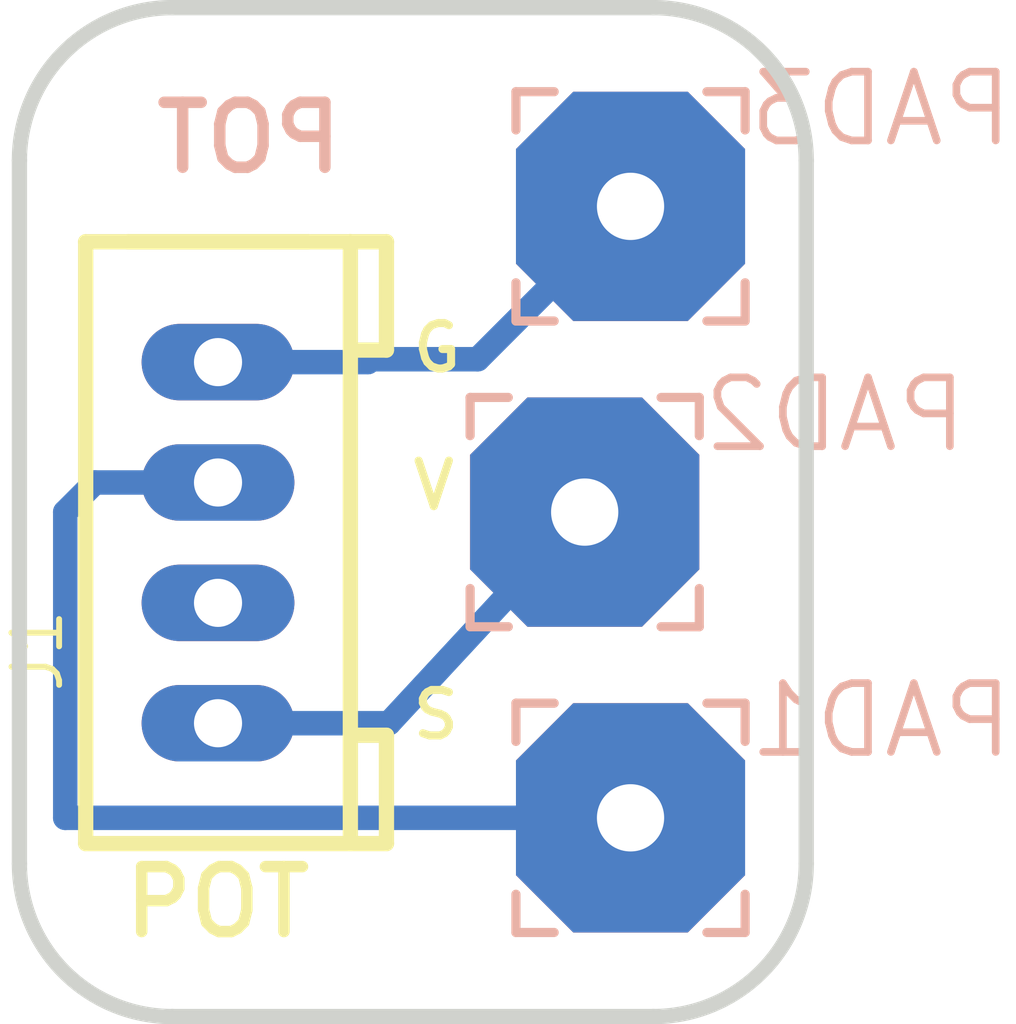
<source format=kicad_pcb>
(kicad_pcb (version 20211014) (generator pcbnew)
  (layers (0 "F.Cu" signal) (31 "B.Cu" signal) (34 "B.Paste" user) (35 "F.Paste" user) (36 "B.SilkS" user "B.Silkscreen") (37 "F.SilkS" user "F.Silkscreen") (38 "B.Mask" user) (39 "F.Mask" user) (44 "Edge.Cuts" user))
  (net 0 "")
  (net 1 "N$1")
  (net 2 "N$2")
  (net 3 "N$3")
  (footprint "weaver_pot:HW4-2.0" (layer "F.Cu") (at 145.2626 105.5116 90)
    (fp_text reference "J1" (at -2.54 -2.54 90) (layer "F.SilkS") (effects (font (size 0.79121 0.79121) (thickness 0.09779)) (justify left bottom)))
    (fp_text value "4P-2.0")
    (fp_line (start 5 -1.5) (end 5 1.5) (layer "F.SilkS") (width 0.254))
    (fp_line (start -5 -2.2) (end 5 -2.2) (layer "F.SilkS") (width 0.254))
    (fp_line (start -5 -2.2) (end -5 2.2) (layer "F.SilkS") (width 0.254))
    (fp_line (start -5 2.2) (end -3.2 2.2) (layer "F.SilkS") (width 0.254))
    (fp_line (start 5 2.2) (end 5 -2.2) (layer "F.SilkS") (width 0.254))
    (fp_line (start -5 2.2) (end -5 2.8) (layer "F.SilkS") (width 0.254))
    (fp_line (start 3.2 2.8) (end 5 2.8) (layer "F.SilkS") (width 0.254))
    (fp_line (start 3.2 2.2) (end 5 2.2) (layer "F.SilkS") (width 0.254))
    (fp_line (start -3.2 2.8) (end -3.2 2.2) (layer "F.SilkS") (width 0.254))
    (fp_line (start 3.2 2.2) (end 3.2 2.8) (layer "F.SilkS") (width 0.254))
    (fp_line (start -5 2.8) (end -3.2 2.8) (layer "F.SilkS") (width 0.254))
    (fp_line (start -3.2 2.2) (end 3.2 2.2) (layer "F.SilkS") (width 0.254))
    (fp_line (start -5 -1) (end -5 1) (layer "F.SilkS") (width 0.127))
    (fp_line (start 5 2.8) (end 5 2.2) (layer "F.SilkS") (width 0.254))
    (pad "1" thru_hole oval (at -3 0 180) (size 2.54 1.27) (drill 0.8) (layers *.Cu *.Mask) (net 3 "N$3"))
    (pad "2" thru_hole oval (at -1 0 180) (size 2.54 1.27) (drill 0.8) (layers *.Cu *.Mask))
    (pad "3" thru_hole oval (at 1 0 180) (size 2.54 1.27) (drill 0.8) (layers *.Cu *.Mask) (net 2 "N$2"))
    (pad "4" thru_hole oval (at 3 0 180) (size 2.54 1.27) (drill 0.8) (layers *.Cu *.Mask) (net 1 "N$1"))
  )
  (footprint "weaver_pot:3,81_1,1" (layer "B.Cu") (at 151.3586 105.0036 180)
    (fp_text reference "PAD2" (at -1.905 2.286) (layer "B.SilkS") (effects (font (size 1.143 1.143) (thickness 0.127)) (justify right top mirror)))
    (fp_text value "")
    (fp_line (start -1.905 1.27) (end -1.905 1.905) (layer "B.SilkS") (width 0.1524))
    (fp_line (start 1.27 1.905) (end 1.905 1.905) (layer "B.SilkS") (width 0.1524))
    (fp_line (start -1.27 -1.905) (end -1.905 -1.905) (layer "B.SilkS") (width 0.1524))
    (fp_line (start 1.905 -1.27) (end 1.905 -1.905) (layer "B.SilkS") (width 0.1524))
    (fp_line (start 1.905 -1.905) (end 1.27 -1.905) (layer "B.SilkS") (width 0.1524))
    (fp_line (start 1.905 1.905) (end 1.905 1.27) (layer "B.SilkS") (width 0.1524))
    (fp_line (start -1.905 -1.905) (end -1.905 -1.27) (layer "B.SilkS") (width 0.1524))
    (fp_line (start -1.905 1.905) (end -1.27 1.905) (layer "B.SilkS") (width 0.1524))
    (pad "1" thru_hole roundrect (at 0 0 180) (size 3.81 3.81) (drill 1.1176) (layers *.Cu *.Mask) (chamfer_ratio 0.25) (chamfer top_left top_right bottom_left bottom_right) (net 3 "N$3"))
  )
  (footprint "weaver_pot:3,81_1,1" (layer "B.Cu") (at 152.1206 110.0836 180)
    (fp_text reference "PAD1" (at -1.905 2.286) (layer "B.SilkS") (effects (font (size 1.143 1.143) (thickness 0.127)) (justify right top mirror)))
    (fp_text value "")
    (fp_line (start 1.905 -1.905) (end 1.27 -1.905) (layer "B.SilkS") (width 0.1524))
    (fp_line (start 1.905 -1.27) (end 1.905 -1.905) (layer "B.SilkS") (width 0.1524))
    (fp_line (start -1.905 -1.905) (end -1.905 -1.27) (layer "B.SilkS") (width 0.1524))
    (fp_line (start -1.905 1.905) (end -1.27 1.905) (layer "B.SilkS") (width 0.1524))
    (fp_line (start 1.27 1.905) (end 1.905 1.905) (layer "B.SilkS") (width 0.1524))
    (fp_line (start -1.27 -1.905) (end -1.905 -1.905) (layer "B.SilkS") (width 0.1524))
    (fp_line (start 1.905 1.905) (end 1.905 1.27) (layer "B.SilkS") (width 0.1524))
    (fp_line (start -1.905 1.27) (end -1.905 1.905) (layer "B.SilkS") (width 0.1524))
    (pad "1" thru_hole roundrect (at 0 0 180) (size 3.81 3.81) (drill 1.1176) (layers *.Cu *.Mask) (chamfer_ratio 0.25) (chamfer top_left top_right bottom_left bottom_right) (net 2 "N$2"))
  )
  (footprint "weaver_pot:3,81_1,1" (layer "B.Cu") (at 152.1206 99.9236 180)
    (fp_text reference "PAD3" (at -1.905 2.286) (layer "B.SilkS") (effects (font (size 1.143 1.143) (thickness 0.127)) (justify right top mirror)))
    (fp_text value "")
    (fp_line (start -1.905 1.905) (end -1.27 1.905) (layer "B.SilkS") (width 0.1524))
    (fp_line (start -1.905 -1.905) (end -1.905 -1.27) (layer "B.SilkS") (width 0.1524))
    (fp_line (start -1.905 1.27) (end -1.905 1.905) (layer "B.SilkS") (width 0.1524))
    (fp_line (start 1.905 -1.905) (end 1.27 -1.905) (layer "B.SilkS") (width 0.1524))
    (fp_line (start 1.905 1.905) (end 1.905 1.27) (layer "B.SilkS") (width 0.1524))
    (fp_line (start 1.905 -1.27) (end 1.905 -1.905) (layer "B.SilkS") (width 0.1524))
    (fp_line (start 1.27 1.905) (end 1.905 1.905) (layer "B.SilkS") (width 0.1524))
    (fp_line (start -1.27 -1.905) (end -1.905 -1.905) (layer "B.SilkS") (width 0.1524))
    (pad "1" thru_hole roundrect (at 0 0 180) (size 3.81 3.81) (drill 1.1176) (layers *.Cu *.Mask) (chamfer_ratio 0.25) (chamfer top_left top_right bottom_left bottom_right) (net 1 "N$1"))
  )
  (gr_line (start 141.9606 99.1616) (end 141.9606 110.8456) (layer "Edge.Cuts") (width 0.254))
  (gr_arc (start 141.9606 99.1616) (mid 142.704549 97.365549) (end 144.5006 96.6216) (layer "Edge.Cuts") (width 0.254))
  (gr_line (start 144.5006 96.6216) (end 152.5016 96.6216) (layer "Edge.Cuts") (width 0.254))
  (gr_arc (start 155.0416 110.8456) (mid 154.297651 112.641651) (end 152.5016 113.3856) (layer "Edge.Cuts") (width 0.254))
  (gr_line (start 152.5016 113.3856) (end 144.5006 113.3856) (layer "Edge.Cuts") (width 0.254))
  (gr_arc (start 144.5006 113.3856) (mid 142.704549 112.641651) (end 141.9606 110.8456) (layer "Edge.Cuts") (width 0.254))
  (gr_arc (start 152.5016 96.6216) (mid 154.297651 97.365549) (end 155.0416 99.1616) (layer "Edge.Cuts") (width 0.254))
  (gr_line (start 155.0416 99.1616) (end 155.0416 110.8456) (layer "Edge.Cuts") (width 0.254))
  (gr_text "POT" (at 147.4216 99.4156) (layer "B.SilkS") (effects (font (size 1.0795 1.0795) (thickness 0.1905)) (justify left bottom mirror)))
  (gr_text "V" (at 148.4376 105.0036) (layer "F.SilkS") (effects (font (size 0.75565 0.75565) (thickness 0.13335)) (justify left bottom)))
  (gr_text "POT" (at 143.6116 112.1156) (layer "F.SilkS") (effects (font (size 1.0795 1.0795) (thickness 0.1905)) (justify left bottom)))
  (gr_text "S" (at 148.4376 108.8136) (layer "F.SilkS") (effects (font (size 0.75565 0.75565) (thickness 0.13335)) (justify left bottom)))
  (gr_text "G" (at 148.4376 102.7176) (layer "F.SilkS") (effects (font (size 0.75565 0.75565) (thickness 0.13335)) (justify left bottom)))
  (segment (start 145.2626 102.5116) (end 147.7546 102.5116) (width 0.4064) (layer "B.Cu") (net 1))
  (segment (start 149.5806 102.4636) (end 152.1206 99.9236) (width 0.4064) (layer "B.Cu") (net 1))
  (segment (start 147.8026 102.4636) (end 149.5806 102.4636) (width 0.4064) (layer "B.Cu") (net 1))
  (segment (start 147.7546 102.5116) (end 147.8026 102.4636) (width 0.4064) (layer "B.Cu") (net 1))
  (segment (start 142.7226 105.0036) (end 142.7226 110.0836) (width 0.4064) (layer "B.Cu") (net 2))
  (segment (start 143.2146 104.5116) (end 142.7226 105.0036) (width 0.4064) (layer "B.Cu") (net 2))
  (segment (start 142.7226 110.0836) (end 152.1206 110.0836) (width 0.4064) (layer "B.Cu") (net 2))
  (segment (start 145.2626 104.5116) (end 143.2146 104.5116) (width 0.4064) (layer "B.Cu") (net 2))
  (segment (start 145.2626 108.5116) (end 148.1046 108.5116) (width 0.4064) (layer "B.Cu") (net 3))
  (segment (start 148.1046 108.5116) (end 151.3586 105.0036) (width 0.4064) (layer "B.Cu") (net 3))
)
</source>
